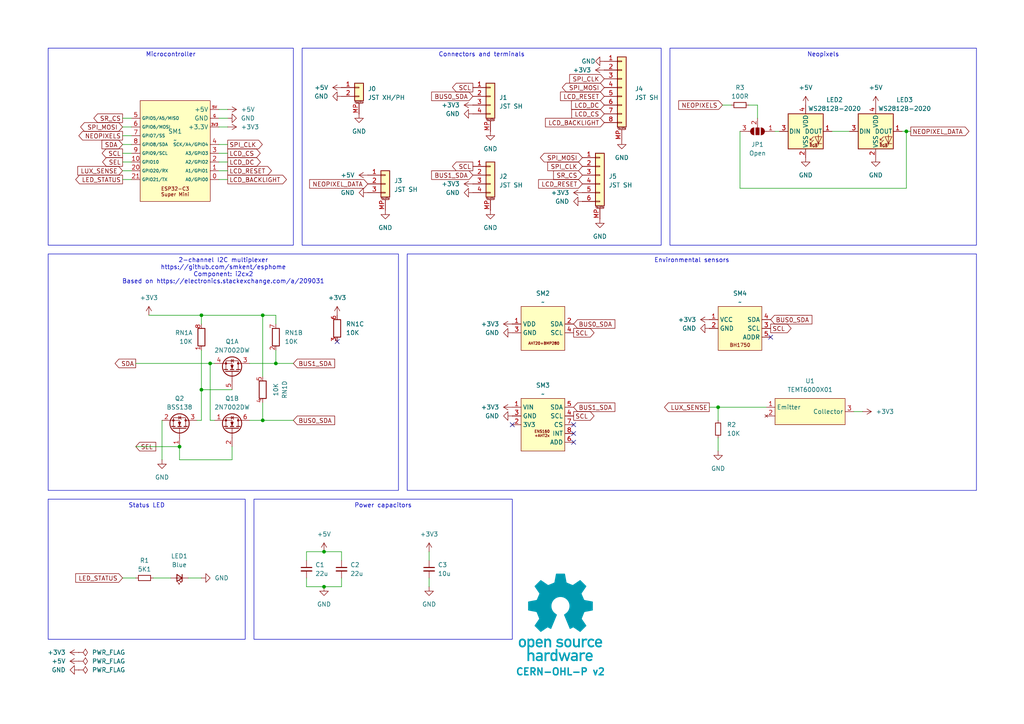
<source format=kicad_sch>
(kicad_sch (version 20231120) (generator "eeschema") (generator_version "8.0")
  (paper "A4")
  (lib_symbols
    (symbol "Connector_Generic_MountingPin:Conn_01x02_MountingPin" (pin_names (offset 1.016) hide)
      (property "Reference" "J" (at 0 2.54 0))
      (property "Value" "Conn_01x02_MountingPin" (at 1.27 -5.08 0))
      (symbol "Conn_01x02_MountingPin_1_1"
        (rectangle (start -1.27 -2.413) (end 0 -2.667) (stroke (width 0.1524)))
        (rectangle (start -1.27 0.127) (end 0 -0.127) (stroke (width 0.1524)))
        (rectangle (start -1.27 1.27) (end 1.27 -3.81) (stroke (width 0.254)) (fill (type background)))
        (polyline (pts (xy -1.016 -4.572) (xy 1.016 -4.572)) (stroke (width 0.1524)))
        (text "Mounting" (at 0 -4.191 0) (effects (font (size 0.381 0.381))))
        (pin passive line (at -5.08 0 0) (length 3.81) (name "Pin_1") (number "1"))
        (pin passive line (at -5.08 -2.54 0) (length 3.81) (name "Pin_2") (number "2"))
        (pin passive line (at 0 -7.62 90) (length 3.048) (name "MountPin") (number "MP"))
      )
    )
    (symbol "Connector_Generic_MountingPin:Conn_01x03_MountingPin" (pin_names (offset 1.016) hide)
      (property "Reference" "J" (at 0 5.08 0))
      (property "Value" "Conn_01x03_MountingPin" (at 1.27 -5.08 0))
      (symbol "Conn_01x03_MountingPin_1_1"
        (rectangle (start -1.27 -2.413) (end 0 -2.667) (stroke (width 0.1524)))
        (rectangle (start -1.27 0.127) (end 0 -0.127) (stroke (width 0.1524)))
        (rectangle (start -1.27 2.667) (end 0 2.413) (stroke (width 0.1524)))
        (rectangle (start -1.27 3.81) (end 1.27 -3.81) (stroke (width 0.254)) (fill (type background)))
        (polyline (pts (xy -1.016 -4.572) (xy 1.016 -4.572)) (stroke (width 0.1524)))
        (text "Mounting" (at 0 -4.191 0) (effects (font (size 0.381 0.381))))
        (pin passive line (at -5.08 2.54 0) (length 3.81) (name "Pin_1") (number "1"))
        (pin passive line (at -5.08 0 0) (length 3.81) (name "Pin_2") (number "2"))
        (pin passive line (at -5.08 -2.54 0) (length 3.81) (name "Pin_3") (number "3"))
        (pin passive line (at 0 -7.62 90) (length 3.048) (name "MountPin") (number "MP"))
      )
    )
    (symbol "Connector_Generic_MountingPin:Conn_01x04_MountingPin" (pin_names (offset 1.016) hide)
      (property "Reference" "J" (at 0 5.08 0))
      (property "Value" "Conn_01x04_MountingPin" (at 1.27 -7.62 0))
      (symbol "Conn_01x04_MountingPin_1_1"
        (rectangle (start -1.27 -4.953) (end 0 -5.207) (stroke (width 0.1524)))
        (rectangle (start -1.27 -2.413) (end 0 -2.667) (stroke (width 0.1524)))
        (rectangle (start -1.27 0.127) (end 0 -0.127) (stroke (width 0.1524)))
        (rectangle (start -1.27 2.667) (end 0 2.413) (stroke (width 0.1524)))
        (rectangle (start -1.27 3.81) (end 1.27 -6.35) (stroke (width 0.254)) (fill (type background)))
        (polyline (pts (xy -1.016 -7.112) (xy 1.016 -7.112)) (stroke (width 0.1524)))
        (text "Mounting" (at 0 -6.731 0) (effects (font (size 0.381 0.381))))
        (pin passive line (at -5.08 2.54 0) (length 3.81) (name "Pin_1") (number "1"))
        (pin passive line (at -5.08 0 0) (length 3.81) (name "Pin_2") (number "2"))
        (pin passive line (at -5.08 -2.54 0) (length 3.81) (name "Pin_3") (number "3"))
        (pin passive line (at -5.08 -5.08 0) (length 3.81) (name "Pin_4") (number "4"))
        (pin passive line (at 0 -10.16 90) (length 3.048) (name "MountPin") (number "MP"))
      )
    )
    (symbol "Connector_Generic_MountingPin:Conn_01x06_MountingPin" (pin_names (offset 1.016) hide)
      (property "Reference" "J" (at 0 7.62 0))
      (property "Value" "Conn_01x06_MountingPin" (at 1.27 -10.16 0))
      (symbol "Conn_01x06_MountingPin_1_1"
        (rectangle (start -1.27 -7.493) (end 0 -7.747) (stroke (width 0.1524)))
        (rectangle (start -1.27 -4.953) (end 0 -5.207) (stroke (width 0.1524)))
        (rectangle (start -1.27 -2.413) (end 0 -2.667) (stroke (width 0.1524)))
        (rectangle (start -1.27 0.127) (end 0 -0.127) (stroke (width 0.1524)))
        (rectangle (start -1.27 2.667) (end 0 2.413) (stroke (width 0.1524)))
        (rectangle (start -1.27 5.207) (end 0 4.953) (stroke (width 0.1524)))
        (rectangle (start -1.27 6.35) (end 1.27 -8.89) (stroke (width 0.254)) (fill (type background)))
        (polyline (pts (xy -1.016 -9.652) (xy 1.016 -9.652)) (stroke (width 0.1524)))
        (text "Mounting" (at 0 -9.271 0) (effects (font (size 0.381 0.381))))
        (pin passive line (at -5.08 5.08 0) (length 3.81) (name "Pin_1") (number "1"))
        (pin passive line (at -5.08 2.54 0) (length 3.81) (name "Pin_2") (number "2"))
        (pin passive line (at -5.08 0 0) (length 3.81) (name "Pin_3") (number "3"))
        (pin passive line (at -5.08 -2.54 0) (length 3.81) (name "Pin_4") (number "4"))
        (pin passive line (at -5.08 -5.08 0) (length 3.81) (name "Pin_5") (number "5"))
        (pin passive line (at -5.08 -7.62 0) (length 3.81) (name "Pin_6") (number "6"))
        (pin passive line (at 0 -12.7 90) (length 3.048) (name "MountPin") (number "MP"))
      )
    )
    (symbol "Connector_Generic_MountingPin:Conn_01x08_MountingPin" (pin_names (offset 1.016) hide)
      (property "Reference" "J" (at 0 10.16 0))
      (property "Value" "Conn_01x08_MountingPin" (at 1.27 -12.7 0))
      (symbol "Conn_01x08_MountingPin_1_1"
        (rectangle (start -1.27 -10.033) (end 0 -10.287) (stroke (width 0.1524)))
        (rectangle (start -1.27 -7.493) (end 0 -7.747) (stroke (width 0.1524)))
        (rectangle (start -1.27 -4.953) (end 0 -5.207) (stroke (width 0.1524)))
        (rectangle (start -1.27 -2.413) (end 0 -2.667) (stroke (width 0.1524)))
        (rectangle (start -1.27 0.127) (end 0 -0.127) (stroke (width 0.1524)))
        (rectangle (start -1.27 2.667) (end 0 2.413) (stroke (width 0.1524)))
        (rectangle (start -1.27 5.207) (end 0 4.953) (stroke (width 0.1524)))
        (rectangle (start -1.27 7.747) (end 0 7.493) (stroke (width 0.1524)))
        (rectangle (start -1.27 8.89) (end 1.27 -11.43) (stroke (width 0.254)) (fill (type background)))
        (polyline (pts (xy -1.016 -12.192) (xy 1.016 -12.192)) (stroke (width 0.1524)))
        (text "Mounting" (at 0 -11.811 0) (effects (font (size 0.381 0.381))))
        (pin passive line (at -5.08 7.62 0) (length 3.81) (name "Pin_1") (number "1"))
        (pin passive line (at -5.08 5.08 0) (length 3.81) (name "Pin_2") (number "2"))
        (pin passive line (at -5.08 2.54 0) (length 3.81) (name "Pin_3") (number "3"))
        (pin passive line (at -5.08 0 0) (length 3.81) (name "Pin_4") (number "4"))
        (pin passive line (at -5.08 -2.54 0) (length 3.81) (name "Pin_5") (number "5"))
        (pin passive line (at -5.08 -5.08 0) (length 3.81) (name "Pin_6") (number "6"))
        (pin passive line (at -5.08 -7.62 0) (length 3.81) (name "Pin_7") (number "7"))
        (pin passive line (at -5.08 -10.16 0) (length 3.81) (name "Pin_8") (number "8"))
        (pin passive line (at 0 -15.24 90) (length 3.048) (name "MountPin") (number "MP"))
      )
    )
    (symbol "Device:C_Small" (pin_numbers hide) (pin_names (offset 0.254) hide)
      (property "Reference" "C" (at 0.254 1.778 0))
      (property "Value" "C_Small" (at 0.254 -2.032 0))
      (symbol "C_Small_0_1"
        (polyline (pts (xy -1.524 -0.508) (xy 1.524 -0.508)) (stroke (width 0.3302)))
        (polyline (pts (xy -1.524 0.508) (xy 1.524 0.508)) (stroke (width 0.3048)))
      )
      (symbol "C_Small_1_1"
        (pin passive line (at 0 2.54 270) (length 2.032) (name "~") (number "1"))
        (pin passive line (at 0 -2.54 90) (length 2.032) (name "~") (number "2"))
      )
    )
    (symbol "Device:LED_Small" (pin_numbers hide) (pin_names (offset 0.254) hide)
      (property "Reference" "D" (at -1.27 3.175 0))
      (property "Value" "LED_Small" (at -4.445 -2.54 0))
      (symbol "LED_Small_0_1"
        (polyline (pts (xy -0.762 -1.016) (xy -0.762 1.016)) (stroke (width 0.254)))
        (polyline (pts (xy 1.016 0) (xy -0.762 0)))
        (polyline (pts (xy 0.762 -1.016) (xy -0.762 0) (xy 0.762 1.016) (xy 0.762 -1.016)) (stroke (width 0.254)))
        (polyline (pts (xy 0 0.762) (xy -0.508 1.27) (xy -0.254 1.27) (xy -0.508 1.27) (xy -0.508 1.016)))
        (polyline (pts (xy 0.508 1.27) (xy 0 1.778) (xy 0.254 1.778) (xy 0 1.778) (xy 0 1.524)))
      )
      (symbol "LED_Small_1_1"
        (pin passive line (at -2.54 0 0) (length 1.778) (name "K") (number "1"))
        (pin passive line (at 2.54 0 180) (length 1.778) (name "A") (number "2"))
      )
    )
    (symbol "Device:R_Pack04_Split" (pin_names (offset 0) hide)
      (property "Reference" "RN" (at 2.032 0 90))
      (property "Value" "R_Pack04_Split" (at 0 0 90))
      (symbol "R_Pack04_Split_0_1"
        (rectangle (start 1.016 2.54) (end -1.016 -2.54) (stroke (width 0.254)))
      )
      (symbol "R_Pack04_Split_1_1"
        (pin passive line (at 0 -3.81 90) (length 1.27) (name "R1.1") (number "1"))
        (pin passive line (at 0 3.81 270) (length 1.27) (name "R1.2") (number "8"))
      )
      (symbol "R_Pack04_Split_2_1"
        (pin passive line (at 0 -3.81 90) (length 1.27) (name "R2.1") (number "2"))
        (pin passive line (at 0 3.81 270) (length 1.27) (name "R2.2") (number "7"))
      )
      (symbol "R_Pack04_Split_3_1"
        (pin passive line (at 0 -3.81 90) (length 1.27) (name "R3.1") (number "3"))
        (pin passive line (at 0 3.81 270) (length 1.27) (name "R3.2") (number "6"))
      )
      (symbol "R_Pack04_Split_4_1"
        (pin passive line (at 0 -3.81 90) (length 1.27) (name "R4.1") (number "4"))
        (pin passive line (at 0 3.81 270) (length 1.27) (name "R4.2") (number "5"))
      )
    )
    (symbol "Device:R_Small" (pin_numbers hide) (pin_names (offset 0.254) hide)
      (property "Reference" "R" (at 0.762 0.508 0))
      (property "Value" "R_Small" (at 0.762 -1.016 0))
      (symbol "R_Small_0_1"
        (rectangle (start -0.762 1.778) (end 0.762 -1.778) (stroke (width 0.2032)))
      )
      (symbol "R_Small_1_1"
        (pin passive line (at 0 2.54 270) (length 0.762) (name "~") (number "1"))
        (pin passive line (at 0 -2.54 90) (length 0.762) (name "~") (number "2"))
      )
    )
    (symbol "Jumper:SolderJumper_3_Open" (pin_names (offset 0) hide) (exclude_from_sim yes) (in_bom no)
      (property "Reference" "JP" (at -2.54 -2.54 0))
      (property "Value" "SolderJumper_3_Open" (at 0 2.794 0))
      (symbol "SolderJumper_3_Open_0_1"
        (arc (start -1.016 1.016) (mid -2.0276 0) (end -1.016 -1.016))
        (arc (start -1.016 1.016) (mid -2.0276 0) (end -1.016 -1.016) (fill (type outline)))
        (rectangle (start -0.508 1.016) (end 0.508 -1.016) (fill (type outline)))
        (polyline (pts (xy -2.54 0) (xy -2.032 0)))
        (polyline (pts (xy -1.016 1.016) (xy -1.016 -1.016)))
        (polyline (pts (xy 0 -1.27) (xy 0 -1.016)))
        (polyline (pts (xy 1.016 1.016) (xy 1.016 -1.016)))
        (polyline (pts (xy 2.54 0) (xy 2.032 0)))
        (arc (start 1.016 -1.016) (mid 2.0276 0) (end 1.016 1.016))
        (arc (start 1.016 -1.016) (mid 2.0276 0) (end 1.016 1.016) (fill (type outline)))
      )
      (symbol "SolderJumper_3_Open_1_1"
        (pin passive line (at -5.08 0 0) (length 2.54) (name "A") (number "1"))
        (pin passive line (at 0 -3.81 90) (length 2.54) (name "C") (number "2"))
        (pin passive line (at 5.08 0 180) (length 2.54) (name "B") (number "3"))
      )
    )
    (symbol "LED:WS2812B-2020" (pin_names (offset 0.254))
      (property "Reference" "D" (at 5.08 5.715 0))
      (property "Value" "WS2812B-2020" (at 1.27 -5.715 0))
      (symbol "WS2812B-2020_0_0"
        (text "RGB" (at 2.286 -4.191 0) (effects (font (size 0.762 0.762))))
      )
      (symbol "WS2812B-2020_0_1"
        (polyline (pts (xy 1.27 -3.556) (xy 1.778 -3.556)))
        (polyline (pts (xy 1.27 -2.54) (xy 1.778 -2.54)))
        (polyline (pts (xy 4.699 -3.556) (xy 2.667 -3.556)))
        (polyline (pts (xy 2.286 -2.54) (xy 1.27 -3.556) (xy 1.27 -3.048)))
        (polyline (pts (xy 2.286 -1.524) (xy 1.27 -2.54) (xy 1.27 -2.032)))
        (polyline (pts (xy 3.683 -1.016) (xy 3.683 -3.556) (xy 3.683 -4.064)))
        (polyline (pts (xy 4.699 -1.524) (xy 2.667 -1.524) (xy 3.683 -3.556) (xy 4.699 -1.524)))
        (rectangle (start 5.08 5.08) (end -5.08 -5.08) (stroke (width 0.254)) (fill (type background)))
      )
      (symbol "WS2812B-2020_1_1"
        (pin output line (at 7.62 0 180) (length 2.54) (name "DOUT") (number "1"))
        (pin power_in line (at 0 -7.62 90) (length 2.54) (name "VSS") (number "2"))
        (pin input line (at -7.62 0 0) (length 2.54) (name "DIN") (number "3"))
        (pin power_in line (at 0 7.62 270) (length 2.54) (name "VDD") (number "4"))
      )
    )
    (symbol "Transistor_FET:BSS138" (pin_names hide)
      (property "Reference" "Q" (at 5.08 1.905 0))
      (property "Value" "BSS138" (at 5.08 0 0))
      (symbol "BSS138_0_1"
        (polyline (pts (xy 0.254 0) (xy -2.54 0)))
        (polyline (pts (xy 0.254 1.905) (xy 0.254 -1.905)) (stroke (width 0.254)))
        (polyline (pts (xy 0.762 -1.27) (xy 0.762 -2.286)) (stroke (width 0.254)))
        (polyline (pts (xy 0.762 0.508) (xy 0.762 -0.508)) (stroke (width 0.254)))
        (polyline (pts (xy 0.762 2.286) (xy 0.762 1.27)) (stroke (width 0.254)))
        (polyline (pts (xy 2.54 2.54) (xy 2.54 1.778)))
        (polyline (pts (xy 2.54 -2.54) (xy 2.54 0) (xy 0.762 0)))
        (polyline (pts (xy 0.762 -1.778) (xy 3.302 -1.778) (xy 3.302 1.778) (xy 0.762 1.778)))
        (polyline (pts (xy 1.016 0) (xy 2.032 0.381) (xy 2.032 -0.381) (xy 1.016 0)) (fill (type outline)))
        (polyline (pts (xy 2.794 0.508) (xy 2.921 0.381) (xy 3.683 0.381) (xy 3.81 0.254)))
        (polyline (pts (xy 3.302 0.381) (xy 2.921 -0.254) (xy 3.683 -0.254) (xy 3.302 0.381)))
        (circle (center 1.651 0) (radius 2.794) (stroke (width 0.254)))
        (circle (center 2.54 -1.778) (radius 0.254) (fill (type outline)))
        (circle (center 2.54 1.778) (radius 0.254) (fill (type outline)))
      )
      (symbol "BSS138_1_1"
        (pin input line (at -5.08 0 0) (length 2.54) (name "G") (number "1"))
        (pin passive line (at 2.54 -5.08 90) (length 2.54) (name "S") (number "2"))
        (pin passive line (at 2.54 5.08 270) (length 2.54) (name "D") (number "3"))
      )
    )
    (symbol "modules:AHT20+BMP280"
      (property "Reference" "SM" (at 0 12.7 0))
      (symbol "AHT20+BMP280_0_1"
        (rectangle (start -6.35 6.35) (end 6.35 -6.35) (fill (type background)))
      )
      (symbol "AHT20+BMP280_1_1"
        (text "AHT20+BMP280" (at 0.254 -4.318 0) (effects (font (size 0.762 0.762))))
        (pin power_in line (at -8.89 1.27 0) (length 2.54) (name "VDD") (number "1"))
        (pin bidirectional line (at 8.89 1.27 180) (length 2.54) (name "SDA") (number "2"))
        (pin power_in line (at -8.89 -1.27 0) (length 2.54) (name "GND") (number "3"))
        (pin input line (at 8.89 -1.27 180) (length 2.54) (name "SCL") (number "4"))
      )
    )
    (symbol "aliexpress:BH1750"
      (property "Reference" "SM" (at 0 10.16 0))
      (symbol "BH1750_0_1"
        (rectangle (start -6.35 6.35) (end 6.35 -6.35) (fill (type background)))
      )
      (symbol "BH1750_1_1"
        (text "BH1750" (at 0 -4.826 0) (effects (font (size 1.016 1.016))))
        (pin power_in line (at -8.89 2.54 0) (length 2.54) (name "VCC") (number "1"))
        (pin power_in line (at -8.89 0 0) (length 2.54) (name "GND") (number "2"))
        (pin input line (at 8.89 0 180) (length 2.54) (name "SCL") (number "3"))
        (pin bidirectional line (at 8.89 2.54 180) (length 2.54) (name "SDA") (number "4"))
        (pin input line (at 8.89 -2.54 180) (length 2.54) (name "ADDR") (number "5"))
      )
    )
    (symbol "aliexpress:ENS160+AHT2x"
      (property "Reference" "SM" (at 0 11.43 0))
      (symbol "ENS160+AHT2x_0_1"
        (rectangle (start -6.35 7.62) (end 6.35 -7.62) (fill (type background)))
      )
      (symbol "ENS160+AHT2x_1_1"
        (text "ENS160\n+AHT2x" (at -0.254 -2.54 0) (effects (font (size 0.762 0.762))))
        (pin power_in line (at -8.89 5.08 0) (length 2.54) (name "VIN") (number "1"))
        (pin power_out line (at -8.89 0 0) (length 2.54) (name "3V3") (number "2"))
        (pin power_in line (at -8.89 2.54 0) (length 2.54) (name "GND") (number "3"))
        (pin input line (at 8.89 2.54 180) (length 2.54) (name "SCL") (number "4"))
        (pin bidirectional line (at 8.89 5.08 180) (length 2.54) (name "SDA") (number "5"))
        (pin input line (at 8.89 -5.08 180) (length 2.54) (name "ADD") (number "6"))
        (pin input line (at 8.89 0 180) (length 2.54) (name "CS") (number "7"))
        (pin output line (at 8.89 -2.54 180) (length 2.54) (name "INT") (number "8"))
      )
    )
    (symbol "modules:ESP32-C3-Super-Mini"
      (property "Reference" "U" (at 0 18.288 0))
      (symbol "ESP32-C3-Super-Mini_0_1"
        (rectangle (start -10.16 13.97) (end 10.16 -15.24) (fill (type background)))
      )
      (symbol "ESP32-C3-Super-Mini_1_1"
        (text_box "ESP32-C3\nSuper Mini" (at -7.62 -10.16 0) (size 15.24 -5.08) (stroke (width -0.0001)) (effects (font (size 1.016 1.016)) (justify top)))
        (pin passive line (at 12.7 -8.89 180) (length 2.54) (name "A0/GPIO0") (number "0"))
        (pin passive line (at 12.7 -6.35 180) (length 2.54) (name "A1/GPIO1") (number "1"))
        (pin passive line (at -12.7 -3.81 0) (length 2.54) (name "GPIO10") (number "10"))
        (pin passive line (at 12.7 -3.81 180) (length 2.54) (name "A2/GPIO2") (number "2"))
        (pin passive line (at -12.7 -6.35 0) (length 2.54) (name "GPIO20/RX") (number "20"))
        (pin passive line (at -12.7 -8.89 0) (length 2.54) (name "GPIO21/TX") (number "21"))
        (pin passive line (at 12.7 -1.27 180) (length 2.54) (name "A3/GPIO3") (number "3"))
        (pin power_in line (at 12.7 6.35 180) (length 2.54) (name "+3.3V") (number "3V3"))
        (pin passive line (at 12.7 1.27 180) (length 2.54) (name "SCK/A4/GPIO4") (number "4"))
        (pin passive line (at -12.7 8.89 0) (length 2.54) (name "GPIO5/A5/MISO") (number "5"))
        (pin power_in line (at 12.7 11.43 180) (length 2.54) (name "+5V") (number "5V"))
        (pin passive line (at -12.7 6.35 0) (length 2.54) (name "GPIO6/MOSI") (number "6"))
        (pin passive line (at -12.7 3.81 0) (length 2.54) (name "GPIO7/SS") (number "7"))
        (pin passive line (at -12.7 1.27 0) (length 2.54) (name "GPIO8/SDA") (number "8"))
        (pin passive line (at -12.7 -1.27 0) (length 2.54) (name "GPIO9/SCL") (number "9"))
        (pin power_in line (at 12.7 8.89 180) (length 2.54) (name "GND") (number "G"))
      )
    )
    (symbol "lcsc:2N7002DW" (pin_names hide)
      (property "Reference" "Q" (at 5.08 1.905 0))
      (property "Value" "2N7002DW" (at 5.08 0 0))
      (symbol "2N7002DW_0_1"
        (polyline (pts (xy 0.254 0) (xy -2.54 0)))
        (polyline (pts (xy 0.254 1.905) (xy 0.254 -1.905)) (stroke (width 0.254)))
        (polyline (pts (xy 0.762 -1.27) (xy 0.762 -2.286)) (stroke (width 0.254)))
        (polyline (pts (xy 0.762 0.508) (xy 0.762 -0.508)) (stroke (width 0.254)))
        (polyline (pts (xy 0.762 2.286) (xy 0.762 1.27)) (stroke (width 0.254)))
        (polyline (pts (xy 2.54 2.54) (xy 2.54 1.778)))
        (polyline (pts (xy 2.54 -2.54) (xy 2.54 0) (xy 0.762 0)))
        (polyline (pts (xy 0.762 -1.778) (xy 3.302 -1.778) (xy 3.302 1.778) (xy 0.762 1.778)))
        (polyline (pts (xy 1.016 0) (xy 2.032 0.381) (xy 2.032 -0.381) (xy 1.016 0)) (fill (type outline)))
        (polyline (pts (xy 2.794 0.508) (xy 2.921 0.381) (xy 3.683 0.381) (xy 3.81 0.254)))
        (polyline (pts (xy 3.302 0.381) (xy 2.921 -0.254) (xy 3.683 -0.254) (xy 3.302 0.381)))
        (circle (center 1.651 0) (radius 2.794) (stroke (width 0.254)))
        (circle (center 2.54 -1.778) (radius 0.254) (fill (type outline)))
        (circle (center 2.54 1.778) (radius 0.254) (fill (type outline)))
      )
      (symbol "2N7002DW_1_1"
        (pin passive line (at 2.54 5.08 270) (length 2.54) (name "D") (number "3"))
        (pin passive line (at 2.54 -5.08 90) (length 2.54) (name "S") (number "4"))
        (pin input line (at -5.08 0 0) (length 2.54) (name "G") (number "5"))
      )
      (symbol "2N7002DW_2_1"
        (pin passive line (at 2.54 -5.08 90) (length 2.54) (name "S") (number "1"))
        (pin input line (at -5.08 0 0) (length 2.54) (name "G") (number "2"))
        (pin passive line (at 2.54 5.08 270) (length 2.54) (name "D") (number "6"))
      )
    )
    (symbol "lcsc:TEMT6000X01"
      (property "Reference" "U" (at 0 6.35 0))
      (property "Value" "TEMT6000X01" (at 0 -6.35 0))
      (symbol "TEMT6000X01_0_1"
        (rectangle (start -10.16 3.81) (end 10.16 -3.81) (fill (type background)))
      )
      (symbol "TEMT6000X01_1_1"
        (pin passive line (at -12.7 1.27 0) (length 2.54) (name "Emitter") (number "1"))
        (pin no_connect line (at -12.7 -1.27 0) (length 2.54) (name "") (number "2"))
        (pin passive line (at 12.7 0 180) (length 2.54) (name "Collector") (number "3"))
      )
    )
    (symbol "power:+3V3" (power) (pin_numbers hide) (pin_names (offset 0) hide)
      (property "Value" "+3V3" (at 0 3.556 0))
      (symbol "+3V3_0_1"
        (polyline (pts (xy -0.762 1.27) (xy 0 2.54)))
        (polyline (pts (xy 0 0) (xy 0 2.54)))
        (polyline (pts (xy 0 2.54) (xy 0.762 1.27)))
      )
      (symbol "+3V3_1_1"
        (pin power_in line (at 0 0 90) (length 0) (name "~") (number "1"))
      )
    )
    (symbol "power:+5V" (power) (pin_numbers hide) (pin_names (offset 0) hide)
      (property "Value" "+5V" (at 0 3.556 0))
      (symbol "+5V_0_1"
        (polyline (pts (xy -0.762 1.27) (xy 0 2.54)))
        (polyline (pts (xy 0 0) (xy 0 2.54)))
        (polyline (pts (xy 0 2.54) (xy 0.762 1.27)))
      )
      (symbol "+5V_1_1"
        (pin power_in line (at 0 0 90) (length 0) (name "~") (number "1"))
      )
    )
    (symbol "power:GND" (power) (pin_numbers hide) (pin_names (offset 0) hide)
      (property "Value" "GND" (at 0 -3.81 0))
      (symbol "GND_0_1"
        (polyline (pts (xy 0 0) (xy 0 -1.27) (xy 1.27 -1.27) (xy 0 -2.54) (xy -1.27 -1.27) (xy 0 -1.27)))
      )
      (symbol "GND_1_1"
        (pin power_in line (at 0 0 270) (length 0) (name "~") (number "1"))
      )
    )
    (symbol "power:PWR_FLAG" (power) (pin_numbers hide) (pin_names (offset 0) hide)
      (property "Value" "PWR_FLAG" (at 0 3.81 0))
      (symbol "PWR_FLAG_0_0"
        (pin power_out line (at 0 0 90) (length 0) (name "~") (number "1"))
      )
      (symbol "PWR_FLAG_0_1"
        (polyline (pts (xy 0 0) (xy 0 1.27) (xy -1.016 1.905) (xy 0 2.54) (xy 1.016 1.905) (xy 0 1.27)))
      )
    )
  )
  (junction (at 93.98 170.18))
  (junction (at 262.89 38.1))
  (junction (at 76.2 121.92))
  (junction (at 58.42 91.44))
  (junction (at 76.2 91.44))
  (junction (at 60.96 105.41))
  (junction (at 93.98 160.02))
  (junction (at 52.07 129.54))
  (junction (at 80.01 105.41))
  (junction (at 58.42 113.03))
  (junction (at 208.28 118.11))
  (no_connect (at 148.59 123.19))
  (no_connect (at 223.52 97.79))
  (no_connect (at 166.37 128.27))
  (no_connect (at 166.37 125.73))
  (no_connect (at 166.37 123.19))
  (no_connect (at 97.79 99.06))
  (wire (pts (xy 224.79 38.1) (xy 226.06 38.1)))
  (wire (pts (xy 39.37 105.41) (xy 60.96 105.41)))
  (wire (pts (xy 58.42 101.6) (xy 58.42 113.03)))
  (wire (pts (xy 209.55 30.48) (xy 212.09 30.48)))
  (wire (pts (xy 66.04 41.91) (xy 63.5 41.91)))
  (wire (pts (xy 250.19 119.38) (xy 247.65 119.38)))
  (wire (pts (xy 35.56 49.53) (xy 38.1 49.53)))
  (wire (pts (xy 35.56 44.45) (xy 38.1 44.45)))
  (wire (pts (xy 80.01 101.6) (xy 80.01 105.41)))
  (wire (pts (xy 208.28 118.11) (xy 208.28 121.92)))
  (wire (pts (xy 35.56 52.07) (xy 38.1 52.07)))
  (wire (pts (xy 58.42 113.03) (xy 67.31 113.03)))
  (wire (pts (xy 63.5 52.07) (xy 66.04 52.07)))
  (wire (pts (xy 72.39 121.92) (xy 76.2 121.92)))
  (wire (pts (xy 52.07 133.35) (xy 67.31 133.35)))
  (wire (pts (xy 35.56 46.99) (xy 38.1 46.99)))
  (wire (pts (xy 88.9 170.18) (xy 93.98 170.18)))
  (wire (pts (xy 124.46 162.56) (xy 124.46 160.02)))
  (wire (pts (xy 88.9 160.02) (xy 93.98 160.02)))
  (wire (pts (xy 35.56 34.29) (xy 38.1 34.29)))
  (wire (pts (xy 208.28 118.11) (xy 222.25 118.11)))
  (wire (pts (xy 63.5 49.53) (xy 66.04 49.53)))
  (wire (pts (xy 39.37 129.54) (xy 52.07 129.54)))
  (wire (pts (xy 62.23 105.41) (xy 60.96 105.41)))
  (wire (pts (xy 80.01 91.44) (xy 80.01 93.98)))
  (wire (pts (xy 262.89 38.1) (xy 264.16 38.1)))
  (wire (pts (xy 99.06 167.64) (xy 99.06 170.18)))
  (wire (pts (xy 43.18 91.44) (xy 58.42 91.44)))
  (wire (pts (xy 52.07 133.35) (xy 52.07 129.54)))
  (wire (pts (xy 58.42 113.03) (xy 58.42 121.92)))
  (wire (pts (xy 54.61 167.64) (xy 58.42 167.64)))
  (wire (pts (xy 88.9 167.64) (xy 88.9 170.18)))
  (wire (pts (xy 205.74 118.11) (xy 208.28 118.11)))
  (wire (pts (xy 124.46 167.64) (xy 124.46 170.18)))
  (wire (pts (xy 35.56 36.83) (xy 38.1 36.83)))
  (wire (pts (xy 219.71 30.48) (xy 219.71 34.29)))
  (wire (pts (xy 72.39 105.41) (xy 80.01 105.41)))
  (wire (pts (xy 60.96 121.92) (xy 62.23 121.92)))
  (wire (pts (xy 58.42 91.44) (xy 58.42 93.98)))
  (wire (pts (xy 35.56 39.37) (xy 38.1 39.37)))
  (wire (pts (xy 67.31 133.35) (xy 67.31 129.54)))
  (wire (pts (xy 66.04 36.83) (xy 63.5 36.83)))
  (wire (pts (xy 58.42 91.44) (xy 76.2 91.44)))
  (wire (pts (xy 99.06 170.18) (xy 93.98 170.18)))
  (wire (pts (xy 66.04 44.45) (xy 63.5 44.45)))
  (wire (pts (xy 76.2 91.44) (xy 76.2 109.22)))
  (wire (pts (xy 46.99 121.92) (xy 46.99 133.35)))
  (wire (pts (xy 80.01 105.41) (xy 85.09 105.41)))
  (wire (pts (xy 57.15 121.92) (xy 58.42 121.92)))
  (wire (pts (xy 44.45 167.64) (xy 49.53 167.64)))
  (wire (pts (xy 63.5 34.29) (xy 66.04 34.29)))
  (wire (pts (xy 66.04 46.99) (xy 63.5 46.99)))
  (wire (pts (xy 88.9 162.56) (xy 88.9 160.02)))
  (wire (pts (xy 241.3 38.1) (xy 246.38 38.1)))
  (wire (pts (xy 262.89 54.61) (xy 262.89 38.1)))
  (wire (pts (xy 217.17 30.48) (xy 219.71 30.48)))
  (wire (pts (xy 35.56 167.64) (xy 39.37 167.64)))
  (wire (pts (xy 208.28 127) (xy 208.28 130.81)))
  (wire (pts (xy 63.5 31.75) (xy 66.04 31.75)))
  (wire (pts (xy 261.62 38.1) (xy 262.89 38.1)))
  (wire (pts (xy 99.06 162.56) (xy 99.06 160.02)))
  (wire (pts (xy 76.2 91.44) (xy 80.01 91.44)))
  (wire (pts (xy 93.98 160.02) (xy 99.06 160.02)))
  (wire (pts (xy 214.63 38.1) (xy 214.63 54.61)))
  (wire (pts (xy 35.56 41.91) (xy 38.1 41.91)))
  (wire (pts (xy 60.96 105.41) (xy 60.96 121.92)))
  (wire (pts (xy 214.63 54.61) (xy 262.89 54.61)))
  (wire (pts (xy 76.2 121.92) (xy 85.09 121.92)))
  (wire (pts (xy 76.2 116.84) (xy 76.2 121.92)))
  (image (at 162.56 179.07) (scale 0.37481))
  (text_box "2-channel I2C multiplexer\nhttps://github.com/smkent/esphome\nComponent: i2cx2\nBased on https://electronics.stackexchange.com/a/209031" (at 13.97 73.66 0) (size 101.6 68.58) (effects (font (size 1.27 1.27)) (justify top)))
  (text_box "Environmental sensors" (at 118.11 73.66 0) (size 165.1 68.58) (effects (font (size 1.27 1.27)) (justify top)))
  (text_box "Microcontroller" (at 13.97 13.97 0) (size 71.12 57.15) (effects (font (size 1.27 1.27)) (justify top)))
  (text_box "Power capacitors" (at 73.66 144.78 0) (size 74.93 40.64) (effects (font (size 1.27 1.27)) (justify top)))
  (text_box "Neopixels" (at 194.31 13.97 0) (size 88.9 57.15) (effects (font (size 1.27 1.27)) (justify top)))
  (text_box "Status LED" (at 13.97 144.78 0) (size 57.15 40.64) (effects (font (size 1.27 1.27)) (justify top)))
  (text_box "Connectors and terminals" (at 87.63 13.97 0) (size 104.14 57.15) (effects (font (size 1.27 1.27)) (justify top)))
  (text "CERN-OHL-P v2" (at 162.56 195.072 0) (effects (font (size 2 2) (thickness 0.4) (bold yes))))
  (global_label "SCL" (shape output) (at 166.37 120.65 0) (property "Intersheetrefs" "${INTERSHEET_REFS}" (effects (hide yes))))
  (global_label "SEL" (shape input) (at 39.37 129.54 0) (property "Intersheetrefs" "${INTERSHEET_REFS}" (effects (hide yes))))
  (global_label "LCD_DC" (shape input) (at 175.26 30.48 180) (property "Intersheetrefs" "${INTERSHEET_REFS}" (effects (hide yes))))
  (global_label "LCD_BACKLIGHT" (shape input) (at 175.26 35.56 180) (property "Intersheetrefs" "${INTERSHEET_REFS}" (effects (hide yes))))
  (global_label "LED_STATUS" (shape input) (at 35.56 167.64 180) (property "Intersheetrefs" "${INTERSHEET_REFS}" (effects (hide yes))))
  (global_label "LCD_DC" (shape output) (at 66.04 46.99 0) (property "Intersheetrefs" "${INTERSHEET_REFS}" (effects (hide yes))))
  (global_label "SR_CS" (shape input) (at 168.91 50.8 180) (property "Intersheetrefs" "${INTERSHEET_REFS}" (effects (hide yes))))
  (global_label "SPI_MOSI" (shape bidirectional) (at 168.91 45.72 180) (property "Intersheetrefs" "${INTERSHEET_REFS}" (effects (hide yes))))
  (global_label "NEOPIXEL_DATA" (shape input) (at 106.68 53.34 180) (property "Intersheetrefs" "${INTERSHEET_REFS}" (effects (hide yes))))
  (global_label "SDA" (shape input) (at 35.56 41.91 180) (property "Intersheetrefs" "${INTERSHEET_REFS}" (effects (hide yes))))
  (global_label "BUS0_SDA" (shape input) (at 166.37 93.98 0) (property "Intersheetrefs" "${INTERSHEET_REFS}" (effects (hide yes))))
  (global_label "SPI_CLK" (shape input) (at 168.91 48.26 180) (property "Intersheetrefs" "${INTERSHEET_REFS}" (effects (hide yes))))
  (global_label "LUX_SENSE" (shape input) (at 35.56 49.53 180) (property "Intersheetrefs" "${INTERSHEET_REFS}" (effects (hide yes))))
  (global_label "SPI_CLK" (shape output) (at 66.04 41.91 0) (property "Intersheetrefs" "${INTERSHEET_REFS}" (effects (hide yes))))
  (global_label "LED_STATUS" (shape output) (at 35.56 52.07 180) (property "Intersheetrefs" "${INTERSHEET_REFS}" (effects (hide yes))))
  (global_label "SCL" (shape output) (at 35.56 44.45 180) (property "Intersheetrefs" "${INTERSHEET_REFS}" (effects (hide yes))))
  (global_label "LUX_SENSE" (shape output) (at 205.74 118.11 180) (property "Intersheetrefs" "${INTERSHEET_REFS}" (effects (hide yes))))
  (global_label "BUS1_SDA" (shape input) (at 137.16 50.8 180) (property "Intersheetrefs" "${INTERSHEET_REFS}" (effects (hide yes))))
  (global_label "LCD_CS" (shape output) (at 66.04 44.45 0) (property "Intersheetrefs" "${INTERSHEET_REFS}" (effects (hide yes))))
  (global_label "SR_CS" (shape output) (at 35.56 34.29 180) (property "Intersheetrefs" "${INTERSHEET_REFS}" (effects (hide yes))))
  (global_label "SCL" (shape output) (at 137.16 25.4 180) (property "Intersheetrefs" "${INTERSHEET_REFS}" (effects (hide yes))))
  (global_label "SCL" (shape output) (at 137.16 48.26 180) (property "Intersheetrefs" "${INTERSHEET_REFS}" (effects (hide yes))))
  (global_label "NEOPIXEL_DATA" (shape output) (at 264.16 38.1 0) (property "Intersheetrefs" "${INTERSHEET_REFS}" (effects (hide yes))))
  (global_label "BUS0_SDA" (shape input) (at 85.09 121.92 0) (property "Intersheetrefs" "${INTERSHEET_REFS}" (effects (hide yes))))
  (global_label "SCL" (shape output) (at 166.37 96.52 0) (property "Intersheetrefs" "${INTERSHEET_REFS}" (effects (hide yes))))
  (global_label "BUS0_SDA" (shape input) (at 137.16 27.94 180) (property "Intersheetrefs" "${INTERSHEET_REFS}" (effects (hide yes))))
  (global_label "NEOPIXELS" (shape input) (at 209.55 30.48 180) (property "Intersheetrefs" "${INTERSHEET_REFS}" (effects (hide yes))))
  (global_label "LCD_RESET" (shape input) (at 175.26 27.94 180) (property "Intersheetrefs" "${INTERSHEET_REFS}" (effects (hide yes))))
  (global_label "SDA" (shape output) (at 39.37 105.41 180) (property "Intersheetrefs" "${INTERSHEET_REFS}" (effects (hide yes))))
  (global_label "LCD_RESET" (shape input) (at 168.91 53.34 180) (property "Intersheetrefs" "${INTERSHEET_REFS}" (effects (hide yes))))
  (global_label "SCL" (shape output) (at 223.52 95.25 0) (property "Intersheetrefs" "${INTERSHEET_REFS}" (effects (hide yes))))
  (global_label "LCD_CS" (shape input) (at 175.26 33.02 180) (property "Intersheetrefs" "${INTERSHEET_REFS}" (effects (hide yes))))
  (global_label "SPI_MOSI" (shape bidirectional) (at 35.56 36.83 180) (property "Intersheetrefs" "${INTERSHEET_REFS}" (effects (hide yes))))
  (global_label "SEL" (shape output) (at 35.56 46.99 180) (property "Intersheetrefs" "${INTERSHEET_REFS}" (effects (hide yes))))
  (global_label "LCD_RESET" (shape output) (at 66.04 49.53 0) (property "Intersheetrefs" "${INTERSHEET_REFS}" (effects (hide yes))))
  (global_label "SPI_MOSI" (shape bidirectional) (at 175.26 25.4 180) (property "Intersheetrefs" "${INTERSHEET_REFS}" (effects (hide yes))))
  (global_label "LCD_BACKLIGHT" (shape output) (at 66.04 52.07 0) (property "Intersheetrefs" "${INTERSHEET_REFS}" (effects (hide yes))))
  (global_label "BUS1_SDA" (shape input) (at 85.09 105.41 0) (property "Intersheetrefs" "${INTERSHEET_REFS}" (effects (hide yes))))
  (global_label "BUS0_SDA" (shape input) (at 223.52 92.71 0) (property "Intersheetrefs" "${INTERSHEET_REFS}" (effects (hide yes))))
  (global_label "NEOPIXELS" (shape output) (at 35.56 39.37 180) (property "Intersheetrefs" "${INTERSHEET_REFS}" (effects (hide yes))))
  (global_label "SPI_CLK" (shape input) (at 175.26 22.86 180) (property "Intersheetrefs" "${INTERSHEET_REFS}" (effects (hide yes))))
  (global_label "BUS1_SDA" (shape input) (at 166.37 118.11 0) (property "Intersheetrefs" "${INTERSHEET_REFS}" (effects (hide yes))))
  (symbol (lib_id "power:+3V3") (at 66.04 36.83 270) (unit 1)
    (property "Reference" "#PWR021" (effects (hide yes)))
    (property "Value" "+3V3" (at 69.85 36.8301 90) (effects (justify left)))
    (property "Description" "Power symbol creates a global label with name \"+3V3\"" (effects (hide yes)))
  )
  (symbol (lib_id "power:GND") (at 93.98 170.18 0) (unit 1)
    (property "Reference" "#PWR042" (effects (hide yes)))
    (property "Value" "GND" (at 93.98 175.26 0))
    (property "Description" "Power symbol creates a global label with name \"GND\" , ground" (effects (hide yes)))
  )
  (symbol (lib_id "power:+5V") (at 254 30.48 0) (unit 1)
    (property "Reference" "#PWR038" (effects (hide yes)))
    (property "Value" "+5V" (at 254 25.4 0))
    (property "Description" "Power symbol creates a global label with name \"+5V\"" (effects (hide yes)))
  )
  (symbol (lib_id "Device:C_Small") (at 88.9 165.1 0) (unit 1)
    (property "Reference" "C1" (at 91.44 163.8362 0) (effects (justify left)))
    (property "Value" "22u" (at 91.44 166.3762 0) (effects (justify left)))
    (property "Footprint" "custom:C_0805_2012Metric_Pad1.18x1.45mm_HandSolder" (effects (hide yes)))
    (property "Description" "Unpolarized capacitor, small symbol" (effects (hide yes)))
  )
  (symbol (lib_id "power:+3V3") (at 250.19 119.38 270) (unit 1)
    (property "Reference" "#PWR08" (effects (hide yes)))
    (property "Value" "+3V3" (at 254 119.3801 90) (effects (justify left)))
    (property "Description" "Power symbol creates a global label with name \"+3V3\"" (effects (hide yes)))
  )
  (symbol (lib_id "power:+3V3") (at 148.59 118.11 90) (unit 1)
    (property "Reference" "#PWR05" (effects (hide yes)))
    (property "Value" "+3V3" (at 144.78 118.1099 90) (effects (justify left)))
    (property "Description" "Power symbol creates a global label with name \"+3V3\"" (effects (hide yes)))
  )
  (symbol (lib_id "Jumper:SolderJumper_3_Open") (at 219.71 38.1 180) (unit 1) (exclude_from_sim yes) (in_bom no)
    (property "Reference" "JP1" (at 219.71 41.91 0))
    (property "Value" "Open" (at 219.71 44.45 0))
    (property "Footprint" "Jumper:SolderJumper-3_P1.3mm_Open_RoundedPad1.0x1.5mm" (effects (hide yes)))
    (property "Description" "Solder Jumper, 3-pole, open" (effects (hide yes)))
  )
  (symbol (lib_id "Device:R_Pack04_Split") (at 80.01 97.79 0) (unit 2)
    (property "Reference" "RN1" (at 82.55 96.5199 0) (effects (justify left)))
    (property "Value" "10K" (at 82.55 99.0599 0) (effects (justify left)))
    (property "Footprint" "Resistor_SMD:R_Array_Convex_4x0603" (effects (hide yes)))
    (property "Description" "4 resistor network, parallel topology, split" (effects (hide yes)))
  )
  (symbol (lib_id "Device:R_Pack04_Split") (at 76.2 113.03 0) (mirror y) (unit 4)
    (property "Reference" "RN1" (at 82.55 113.03 90))
    (property "Value" "10K" (at 80.01 113.03 90))
    (property "Footprint" "Resistor_SMD:R_Array_Convex_4x0603" (effects (hide yes)))
    (property "Description" "4 resistor network, parallel topology, split" (effects (hide yes)))
  )
  (symbol (lib_id "Device:R_Small") (at 214.63 30.48 90) (unit 1)
    (property "Reference" "R3" (at 214.63 25.4 90))
    (property "Value" "100R" (at 214.63 27.94 90))
    (property "Footprint" "Resistor_SMD:R_0603_1608Metric_Pad0.98x0.95mm_HandSolder" (effects (hide yes)))
    (property "Description" "Resistor, small symbol" (effects (hide yes)))
  )
  (symbol (lib_id "power:+3V3") (at 137.16 30.48 90) (unit 1)
    (property "Reference" "#PWR013" (effects (hide yes)))
    (property "Value" "+3V3" (at 133.35 30.4799 90) (effects (justify left)))
    (property "Description" "Power symbol creates a global label with name \"+3V3\"" (effects (hide yes)))
  )
  (symbol (lib_id "modules:ESP32-C3-Super-Mini") (at 50.8 43.18 0) (unit 1)
    (property "Reference" "SM1" (at 50.8 38.1 0))
    (property "Value" "~" (at 50.8 40.64 0))
    (property "Footprint" "modules:ESP32-C3-Super-Mini-Castellated-SMD" (effects (hide yes)))
  )
  (symbol (lib_id "power:GND") (at 254 45.72 0) (unit 1)
    (property "Reference" "#PWR040" (effects (hide yes)))
    (property "Value" "GND" (at 254 50.8 0))
  )
  (symbol (lib_id "power:GND") (at 137.16 33.02 270) (unit 1)
    (property "Reference" "#PWR018" (effects (hide yes)))
    (property "Value" "GND" (at 133.35 33.0199 90) (effects (justify right)))
    (property "Description" "Power symbol creates a global label with name \"GND\" , ground" (effects (hide yes)))
  )
  (symbol (lib_id "power:+5V") (at 93.98 160.02 0) (unit 1)
    (property "Reference" "#PWR041" (effects (hide yes)))
    (property "Value" "+5V" (at 93.98 154.94 0))
    (property "Description" "Power symbol creates a global label with name \"+5V\"" (effects (hide yes)))
  )
  (symbol (lib_id "power:GND") (at 173.99 63.5 0) (unit 1)
    (property "Reference" "#PWR036" (effects (hide yes)))
    (property "Value" "GND" (at 173.99 68.58 0))
    (property "Description" "Power symbol creates a global label with name \"GND\" , ground" (effects (hide yes)))
  )
  (symbol (lib_id "aliexpress:ENS160+AHT2x") (at 157.48 123.19 0) (unit 1)
    (property "Reference" "SM3" (at 157.48 111.76 0))
    (property "Value" "~" (at 157.48 114.3 0))
    (property "Footprint" "custom:PinSocket_1x08_P2.54mm_Horizontal_descending_simple" (effects (hide yes)))
  )
  (symbol (lib_id "power:+3V3") (at 22.86 189.23 90) (unit 1)
    (property "Reference" "#PWR016" (effects (hide yes)))
    (property "Value" "+3V3" (at 19.05 189.2299 90) (effects (justify left)))
    (property "Description" "Power symbol creates a global label with name \"+3V3\"" (effects (hide yes)))
  )
  (symbol (lib_id "power:GND") (at 137.16 55.88 270) (unit 1)
    (property "Reference" "#PWR017" (effects (hide yes)))
    (property "Value" "GND" (at 133.35 55.8799 90) (effects (justify right)))
    (property "Description" "Power symbol creates a global label with name \"GND\" , ground" (effects (hide yes)))
  )
  (symbol (lib_id "power:GND") (at 180.34 40.64 0) (unit 1)
    (property "Reference" "#PWR031" (effects (hide yes)))
    (property "Value" "GND" (at 180.34 45.72 0))
    (property "Description" "Power symbol creates a global label with name \"GND\" , ground" (effects (hide yes)))
  )
  (symbol (lib_id "power:PWR_FLAG") (at 22.86 189.23 270) (unit 1)
    (property "Reference" "#FLG05" (effects (hide yes)))
    (property "Value" "PWR_FLAG" (at 26.67 189.2299 90) (effects (justify left)))
    (property "Description" "Special symbol for telling ERC where power comes from" (effects (hide yes)))
  )
  (symbol (lib_id "power:+3V3") (at 175.26 20.32 90) (unit 1)
    (property "Reference" "#PWR028" (effects (hide yes)))
    (property "Value" "+3V3" (at 171.45 20.3199 90) (effects (justify left)))
    (property "Description" "Power symbol creates a global label with name \"+3V3\"" (effects (hide yes)))
  )
  (symbol (lib_id "power:GND") (at 104.14 33.02 0) (unit 1)
    (property "Reference" "#PWR027" (effects (hide yes)))
    (property "Value" "GND" (at 104.14 38.1 0))
    (property "Description" "Power symbol creates a global label with name \"GND\" , ground" (effects (hide yes)))
  )
  (symbol (lib_id "power:GND") (at 124.46 170.18 0) (unit 1)
    (property "Reference" "#PWR044" (effects (hide yes)))
    (property "Value" "GND" (at 124.46 175.26 0))
    (property "Description" "Power symbol creates a global label with name \"GND\" , ground" (effects (hide yes)))
  )
  (symbol (lib_id "power:GND") (at 233.68 45.72 0) (unit 1)
    (property "Reference" "#PWR039" (effects (hide yes)))
    (property "Value" "GND" (at 233.68 50.8 0))
  )
  (symbol (lib_id "power:GND") (at 208.28 130.81 0) (unit 1)
    (property "Reference" "#PWR010" (effects (hide yes)))
    (property "Value" "GND" (at 208.28 135.89 0))
  )
  (symbol (lib_id "power:GND") (at 99.06 27.94 270) (unit 1)
    (property "Reference" "#PWR026" (effects (hide yes)))
    (property "Value" "GND" (at 95.25 27.9399 90) (effects (justify right)))
    (property "Description" "Power symbol creates a global label with name \"GND\" , ground" (effects (hide yes)))
  )
  (symbol (lib_id "power:PWR_FLAG") (at 22.86 191.77 270) (unit 1)
    (property "Reference" "#FLG01" (effects (hide yes)))
    (property "Value" "PWR_FLAG" (at 26.67 191.7699 90) (effects (justify left)))
    (property "Description" "Special symbol for telling ERC where power comes from" (effects (hide yes)))
  )
  (symbol (lib_id "Device:R_Small") (at 41.91 167.64 90) (unit 1)
    (property "Reference" "R1" (at 41.91 162.56 90))
    (property "Value" "5K1" (at 41.91 165.1 90))
    (property "Footprint" "custom:R_0603_1608Metric_Pad0.98x0.95mm_HandSolder_simple" (effects (hide yes)))
    (property "Description" "Resistor, small symbol" (effects (hide yes)))
  )
  (symbol (lib_id "LED:WS2812B-2020") (at 233.68 38.1 0) (unit 1)
    (property "Reference" "LED2" (at 242.062 28.956 0))
    (property "Value" "WS2812B-2020" (at 242.062 31.496 0))
    (property "Footprint" "lcsc:LED-SMD_4P-L2.0-W2.0-BR-1" (effects (hide yes)))
    (property "Datasheet" "https://cdn-shop.adafruit.com/product-files/4684/4684_WS2812B-2020_V1.3_EN.pdf" (effects (hide yes)))
    (property "Description" "RGB LED with integrated controller, 2.0 x 2.0 mm, 12 mA" (effects (hide yes)))
  )
  (symbol (lib_id "power:+5V") (at 22.86 191.77 90) (unit 1)
    (property "Reference" "#PWR02" (effects (hide yes)))
    (property "Value" "+5V" (at 19.05 191.7699 90) (effects (justify left)))
    (property "Description" "Power symbol creates a global label with name \"+5V\"" (effects (hide yes)))
  )
  (symbol (lib_id "power:GND") (at 142.24 60.96 0) (unit 1)
    (property "Reference" "#PWR011" (effects (hide yes)))
    (property "Value" "GND" (at 142.24 66.04 0))
    (property "Description" "Power symbol creates a global label with name \"GND\" , ground" (effects (hide yes)))
  )
  (symbol (lib_id "power:GND") (at 148.59 96.52 270) (unit 1)
    (property "Reference" "#PWR07" (effects (hide yes)))
    (property "Value" "GND" (at 144.78 96.5201 90) (effects (justify right)))
  )
  (symbol (lib_id "Connector_Generic_MountingPin:Conn_01x04_MountingPin") (at 142.24 27.94 0) (unit 1)
    (property "Reference" "J1" (at 144.78 28.2955 0) (effects (justify left)))
    (property "Value" "JST SH" (at 144.78 30.8355 0) (effects (justify left)))
    (property "Footprint" "custom:JST_SH_SM04B-SRSS-TB_1x04-1MP_P1.00mm_Horizontal" (effects (hide yes)))
    (property "Description" "Generic connectable mounting pin connector, single row, 01x04, script generated (kicad-library-utils/schlib/autogen/connector/)" (effects (hide yes)))
  )
  (symbol (lib_id "Device:LED_Small") (at 52.07 167.64 180) (unit 1)
    (property "Reference" "LED1" (at 52.0065 161.29 0))
    (property "Value" "Blue" (at 52.0065 163.83 0))
    (property "Footprint" "custom:LED_0603_1608Metric_Pad1.05x0.95mm_HandSolder_simple" (effects (hide yes)))
    (property "Description" "Light emitting diode, small symbol" (effects (hide yes)))
  )
  (symbol (lib_id "Connector_Generic_MountingPin:Conn_01x08_MountingPin") (at 180.34 25.4 0) (unit 1)
    (property "Reference" "J4" (at 184.15 25.7555 0) (effects (justify left)))
    (property "Value" "JST SH" (at 184.15 28.2955 0) (effects (justify left)))
    (property "Footprint" "custom:JST_SH_SM08B-SRSS-TB_1x08-1MP_P1.00mm_Horizontal" (effects (hide yes)))
    (property "Description" "Generic connectable mounting pin connector, single row, 01x08, script generated (kicad-library-utils/schlib/autogen/connector/)" (effects (hide yes)))
  )
  (symbol (lib_id "power:+3V3") (at 137.16 53.34 90) (unit 1)
    (property "Reference" "#PWR015" (effects (hide yes)))
    (property "Value" "+3V3" (at 133.35 53.3399 90) (effects (justify left)))
    (property "Description" "Power symbol creates a global label with name \"+3V3\"" (effects (hide yes)))
  )
  (symbol (lib_id "Connector_Generic_MountingPin:Conn_01x03_MountingPin") (at 111.76 53.34 0) (unit 1)
    (property "Reference" "J3" (at 114.3 52.4255 0) (effects (justify left)))
    (property "Value" "JST SH" (at 114.3 54.9655 0) (effects (justify left)))
    (property "Footprint" "custom:JST_SH_SM03B-SRSS-TB_1x03-1MP_P1.00mm_Horizontal" (effects (hide yes)))
    (property "Description" "Generic connectable mounting pin connector, single row, 01x03, script generated (kicad-library-utils/schlib/autogen/connector/)" (effects (hide yes)))
  )
  (symbol (lib_id "power:+5V") (at 106.68 50.8 90) (unit 1)
    (property "Reference" "#PWR019" (effects (hide yes)))
    (property "Value" "+5V" (at 102.87 50.7999 90) (effects (justify left)))
    (property "Description" "Power symbol creates a global label with name \"+5V\"" (effects (hide yes)))
  )
  (symbol (lib_id "lcsc:2N7002DW") (at 67.31 124.46 270) (mirror x) (unit 2)
    (property "Reference" "Q1" (at 67.31 115.57 90))
    (property "Value" "2N7002DW" (at 67.31 118.11 90))
    (property "Footprint" "Package_TO_SOT_SMD:SOT-23-6" (effects (hide yes)))
    (property "Datasheet" "https://www.onsemi.com/download/data-sheet/pdf/2n7002dw-d.pdf" (effects (hide yes)))
    (property "Description" "0.115A Id, 60V Vds, Dual N-Channel MOSFET, SOT-23-6" (effects (hide yes)))
    (property "LCSC Part" "C5190214" (effects (hide yes)))
    (property "JLCPCB_CORRECTION" "0; 0; 270" (effects (hide yes)))
  )
  (symbol (lib_id "LED:WS2812B-2020") (at 254 38.1 0) (unit 1)
    (property "Reference" "LED3" (at 262.382 28.956 0))
    (property "Value" "WS2812B-2020" (at 262.382 31.496 0))
    (property "Footprint" "lcsc:LED-SMD_4P-L2.0-W2.0-BR-1" (effects (hide yes)))
    (property "Datasheet" "https://cdn-shop.adafruit.com/product-files/4684/4684_WS2812B-2020_V1.3_EN.pdf" (effects (hide yes)))
    (property "Description" "RGB LED with integrated controller, 2.0 x 2.0 mm, 12 mA" (effects (hide yes)))
  )
  (symbol (lib_id "Connector_Generic_MountingPin:Conn_01x02_MountingPin") (at 104.14 25.4 0) (unit 1)
    (property "Reference" "J0" (at 106.68 25.7555 0) (effects (justify left)))
    (property "Value" "JST XH/PH" (at 106.68 28.2955 0) (effects (justify left)))
    (property "Footprint" "custom:Conn_Combo_JST-1x02-XH_PH-SMD-pad2gnd" (effects (hide yes)))
    (property "Description" "Generic connectable mounting pin connector, single row, 01x02, script generated (kicad-library-utils/schlib/autogen/connector/)" (effects (hide yes)))
  )
  (symbol (lib_id "power:+3V3") (at 205.74 92.71 90) (unit 1)
    (property "Reference" "#PWR032" (effects (hide yes)))
    (property "Value" "+3V3" (at 201.93 92.7101 90) (effects (justify left)))
    (property "Description" "Power symbol creates a global label with name \"+3V3\"" (effects (hide yes)))
  )
  (symbol (lib_id "power:PWR_FLAG") (at 22.86 194.31 270) (unit 1)
    (property "Reference" "#FLG02" (effects (hide yes)))
    (property "Value" "PWR_FLAG" (at 26.67 194.3099 90) (effects (justify left)))
    (property "Description" "Special symbol for telling ERC where power comes from" (effects (hide yes)))
  )
  (symbol (lib_id "Device:R_Small") (at 208.28 124.46 0) (unit 1)
    (property "Reference" "R2" (at 210.82 123.1899 0) (effects (justify left)))
    (property "Value" "10K" (at 210.82 125.7299 0) (effects (justify left)))
    (property "Footprint" "custom:R_0603_1608Metric_Pad0.98x0.95mm_HandSolder_simple" (effects (hide yes)))
    (property "Description" "Resistor, small symbol" (effects (hide yes)))
  )
  (symbol (lib_id "Connector_Generic_MountingPin:Conn_01x04_MountingPin") (at 142.24 50.8 0) (unit 1)
    (property "Reference" "J2" (at 144.78 51.1555 0) (effects (justify left)))
    (property "Value" "JST SH" (at 144.78 53.6955 0) (effects (justify left)))
    (property "Footprint" "custom:JST_SH_SM04B-SRSS-TB_1x04-1MP_P1.00mm_Horizontal" (effects (hide yes)))
    (property "Description" "Generic connectable mounting pin connector, single row, 01x04, script generated (kicad-library-utils/schlib/autogen/connector/)" (effects (hide yes)))
  )
  (symbol (lib_id "Device:R_Pack04_Split") (at 58.42 97.79 0) (mirror y) (unit 1)
    (property "Reference" "RN1" (at 55.88 96.5199 0) (effects (justify left)))
    (property "Value" "10K" (at 55.88 99.0599 0) (effects (justify left)))
    (property "Footprint" "Resistor_SMD:R_Array_Convex_4x0603" (effects (hide yes)))
    (property "Description" "4 resistor network, parallel topology, split" (effects (hide yes)))
  )
  (symbol (lib_id "power:GND") (at 142.24 38.1 0) (unit 1)
    (property "Reference" "#PWR012" (effects (hide yes)))
    (property "Value" "GND" (at 142.24 43.18 0))
    (property "Description" "Power symbol creates a global label with name \"GND\" , ground" (effects (hide yes)))
  )
  (symbol (lib_id "power:+3V3") (at 97.79 91.44 0) (unit 1)
    (property "Reference" "#PWR029" (effects (hide yes)))
    (property "Value" "+3V3" (at 97.79 86.36 0))
    (property "Description" "Power symbol creates a global label with name \"+3V3\"" (effects (hide yes)))
  )
  (symbol (lib_id "power:GND") (at 106.68 55.88 270) (unit 1)
    (property "Reference" "#PWR020" (effects (hide yes)))
    (property "Value" "GND" (at 102.87 55.8799 90) (effects (justify right)))
    (property "Description" "Power symbol creates a global label with name \"GND\" , ground" (effects (hide yes)))
  )
  (symbol (lib_id "power:GND") (at 205.74 95.25 270) (unit 1)
    (property "Reference" "#PWR033" (effects (hide yes)))
    (property "Value" "GND" (at 201.93 95.2501 90) (effects (justify right)))
  )
  (symbol (lib_id "aliexpress:BH1750") (at 214.63 95.25 0) (unit 1)
    (property "Reference" "SM4" (at 214.63 85.09 0))
    (property "Value" "~" (at 214.63 87.63 0))
    (property "Footprint" "custom:PinSocket_1x05_P2.54mm_Horizontal_simple" (effects (hide yes)))
  )
  (symbol (lib_id "modules:AHT20+BMP280") (at 157.48 95.25 0) (unit 1)
    (property "Reference" "SM2" (at 157.48 85.09 0))
    (property "Value" "~" (at 157.48 87.63 0))
    (property "Footprint" "custom:PinSocket_1x04_P2.54mm_Horizontal_descending_simple" (effects (hide yes)))
  )
  (symbol (lib_id "power:+3V3") (at 43.18 91.44 0) (unit 1)
    (property "Reference" "#PWR03" (effects (hide yes)))
    (property "Value" "+3V3" (at 43.18 86.36 0))
    (property "Description" "Power symbol creates a global label with name \"+3V3\"" (effects (hide yes)))
  )
  (symbol (lib_id "lcsc:2N7002DW") (at 67.31 107.95 270) (mirror x) (unit 1)
    (property "Reference" "Q1" (at 67.31 99.06 90))
    (property "Value" "2N7002DW" (at 67.31 101.6 90))
    (property "Footprint" "Package_TO_SOT_SMD:SOT-23-6" (effects (hide yes)))
    (property "Datasheet" "https://www.onsemi.com/download/data-sheet/pdf/2n7002dw-d.pdf" (effects (hide yes)))
    (property "Description" "0.115A Id, 60V Vds, Dual N-Channel MOSFET, SOT-23-6" (effects (hide yes)))
    (property "LCSC Part" "C5190214" (effects (hide yes)))
    (property "JLCPCB_CORRECTION" "0; 0; 270" (effects (hide yes)))
  )
  (symbol (lib_id "lcsc:TEMT6000X01") (at 234.95 119.38 0) (unit 1)
    (property "Reference" "U1" (at 234.95 110.49 0))
    (property "Value" "TEMT6000X01" (at 234.95 113.03 0))
    (property "Footprint" "custom:SENSORS-SMD_TEMT6000X01_HandSolder" (effects (hide yes)))
    (property "Datasheet" "https://lcsc.com/product-detail/Ambient-Light-Sensors_VISHAY_TEMT6000X01_TEMT6000X01_C94098.html" (effects (hide yes)))
    (property "LCSC Part" "C94098" (effects (hide yes)))
  )
  (symbol (lib_id "power:GND") (at 168.91 58.42 270) (unit 1)
    (property "Reference" "#PWR035" (effects (hide yes)))
    (property "Value" "GND" (at 165.1 58.4199 90) (effects (justify right)))
    (property "Description" "Power symbol creates a global label with name \"GND\" , ground" (effects (hide yes)))
  )
  (symbol (lib_id "power:+5V") (at 233.68 30.48 0) (unit 1)
    (property "Reference" "#PWR037" (effects (hide yes)))
    (property "Value" "+5V" (at 233.68 25.4 0))
    (property "Description" "Power symbol creates a global label with name \"+5V\"" (effects (hide yes)))
  )
  (symbol (lib_id "power:GND") (at 66.04 34.29 90) (unit 1)
    (property "Reference" "#PWR023" (effects (hide yes)))
    (property "Value" "GND" (at 69.85 34.2901 90) (effects (justify right)))
    (property "Description" "Power symbol creates a global label with name \"GND\" , ground" (effects (hide yes)))
  )
  (symbol (lib_id "power:+3V3") (at 168.91 55.88 90) (unit 1)
    (property "Reference" "#PWR034" (effects (hide yes)))
    (property "Value" "+3V3" (at 165.1 55.8799 90) (effects (justify left)))
    (property "Description" "Power symbol creates a global label with name \"+3V3\"" (effects (hide yes)))
  )
  (symbol (lib_id "power:GND") (at 46.99 133.35 0) (unit 1)
    (property "Reference" "#PWR04" (effects (hide yes)))
    (property "Value" "GND" (at 46.99 138.43 0))
  )
  (symbol (lib_id "Transistor_FET:BSS138") (at 52.07 124.46 270) (mirror x) (unit 1)
    (property "Reference" "Q2" (at 52.07 115.57 90))
    (property "Value" "BSS138" (at 52.07 118.11 90))
    (property "Footprint" "Package_TO_SOT_SMD:SOT-23" (effects (hide yes)))
    (property "Datasheet" "https://www.onsemi.com/pub/Collateral/BSS138-D.PDF" (effects (hide yes)))
    (property "Description" "50V Vds, 0.22A Id, N-Channel MOSFET, SOT-23" (effects (hide yes)))
  )
  (symbol (lib_id "power:GND") (at 22.86 194.31 270) (unit 1)
    (property "Reference" "#PWR01" (effects (hide yes)))
    (property "Value" "GND" (at 19.05 194.3099 90) (effects (justify right)))
    (property "Description" "Power symbol creates a global label with name \"GND\" , ground" (effects (hide yes)))
  )
  (symbol (lib_id "power:+3V3") (at 148.59 93.98 90) (unit 1)
    (property "Reference" "#PWR09" (effects (hide yes)))
    (property "Value" "+3V3" (at 144.78 93.9801 90) (effects (justify left)))
    (property "Description" "Power symbol creates a global label with name \"+3V3\"" (effects (hide yes)))
  )
  (symbol (lib_id "power:GND") (at 175.26 17.78 270) (unit 1)
    (property "Reference" "#PWR030" (effects (hide yes)))
    (property "Value" "GND" (at 172.72 17.7799 90) (effects (justify right)))
    (property "Description" "Power symbol creates a global label with name \"GND\" , ground" (effects (hide yes)))
  )
  (symbol (lib_id "power:GND") (at 111.76 60.96 0) (unit 1)
    (property "Reference" "#PWR024" (effects (hide yes)))
    (property "Value" "GND" (at 111.76 66.04 0))
    (property "Description" "Power symbol creates a global label with name \"GND\" , ground" (effects (hide yes)))
  )
  (symbol (lib_id "Device:R_Pack04_Split") (at 97.79 95.25 0) (unit 3)
    (property "Reference" "RN1" (at 100.33 93.9799 0) (effects (justify left)))
    (property "Value" "10K" (at 100.33 96.5199 0) (effects (justify left)))
    (property "Footprint" "Resistor_SMD:R_Array_Convex_4x0603" (effects (hide yes)))
    (property "Description" "4 resistor network, parallel topology, split" (effects (hide yes)))
  )
  (symbol (lib_id "power:+5V") (at 66.04 31.75 270) (unit 1)
    (property "Reference" "#PWR022" (effects (hide yes)))
    (property "Value" "+5V" (at 69.85 31.7501 90) (effects (justify left)))
    (property "Description" "Power symbol creates a global label with name \"+5V\"" (effects (hide yes)))
  )
  (symbol (lib_id "power:GND") (at 148.59 120.65 270) (unit 1)
    (property "Reference" "#PWR06" (effects (hide yes)))
    (property "Value" "GND" (at 144.78 120.65 90) (effects (justify right)))
  )
  (symbol (lib_id "Device:C_Small") (at 99.06 165.1 0) (unit 1)
    (property "Reference" "C2" (at 101.6 163.8362 0) (effects (justify left)))
    (property "Value" "22u" (at 101.6 166.3762 0) (effects (justify left)))
    (property "Footprint" "custom:C_0805_2012Metric_Pad1.18x1.45mm_HandSolder" (effects (hide yes)))
    (property "Description" "Unpolarized capacitor, small symbol" (effects (hide yes)))
  )
  (symbol (lib_id "power:GND") (at 58.42 167.64 90) (unit 1)
    (property "Reference" "#PWR014" (effects (hide yes)))
    (property "Value" "GND" (at 62.23 167.64 90) (effects (justify right)))
  )
  (symbol (lib_id "Device:C_Small") (at 124.46 165.1 0) (unit 1)
    (property "Reference" "C3" (at 127 163.8362 0) (effects (justify left)))
    (property "Value" "10u" (at 127 166.3762 0) (effects (justify left)))
    (property "Footprint" "custom:C_0603_1608Metric_Pad1.08x0.95mm_HandSolder" (effects (hide yes)))
    (property "Description" "Unpolarized capacitor, small symbol" (effects (hide yes)))
  )
  (symbol (lib_id "power:+5V") (at 99.06 25.4 90) (unit 1)
    (property "Reference" "#PWR025" (effects (hide yes)))
    (property "Value" "+5V" (at 95.25 25.3999 90) (effects (justify left)))
    (property "Description" "Power symbol creates a global label with name \"+5V\"" (effects (hide yes)))
  )
  (symbol (lib_id "Connector_Generic_MountingPin:Conn_01x06_MountingPin") (at 173.99 50.8 0) (unit 1)
    (property "Reference" "J5" (at 176.53 51.1555 0) (effects (justify left)))
    (property "Value" "JST SH" (at 176.53 53.6955 0) (effects (justify left)))
    (property "Footprint" "custom:JST_SH_SM06B-SRSS-TB_1x06-1MP_P1.00mm_Horizontal" (effects (hide yes)))
    (property "Description" "Generic connectable mounting pin connector, single row, 01x06, script generated (kicad-library-utils/schlib/autogen/connector/)" (effects (hide yes)))
  )
  (symbol (lib_id "power:+5V") (at 124.46 160.02 0) (unit 1)
    (property "Reference" "#PWR043" (effects (hide yes)))
    (property "Value" "+3V3" (at 124.46 154.94 0))
    (property "Description" "Power symbol creates a global label with name \"+5V\"" (effects (hide yes)))
  )
)
</source>
